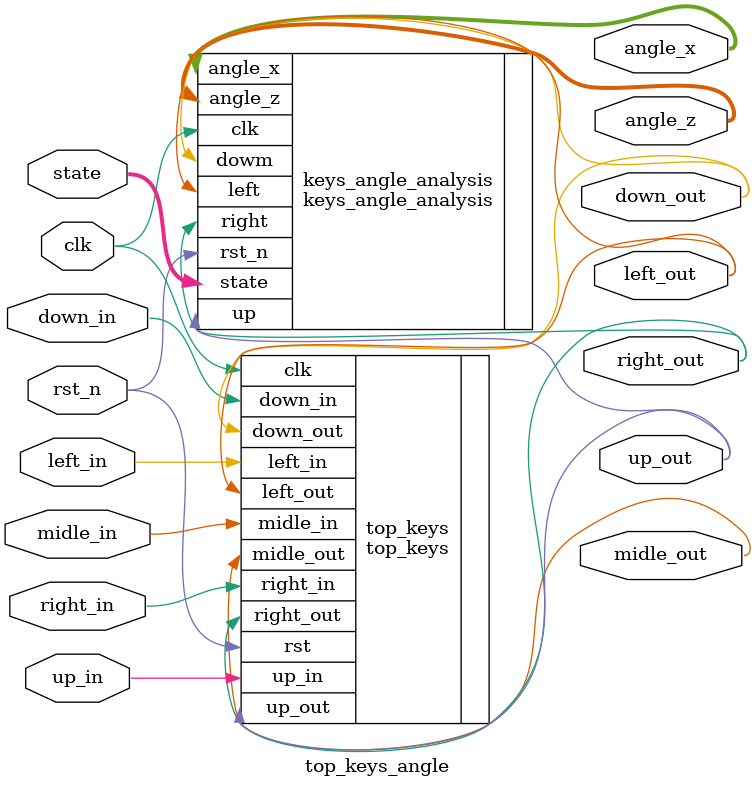
<source format=v>
`timescale 1ns / 1ps
module top_keys_angle(
//system_signals
	input				clk,
	input				rst_n,
//keys in
	input				up_in,
	input				down_in,
	input				left_in,
	input				right_in,
	input				midle_in,
//
	input		[5:0]	state,
	
//
	output		[8:0]	angle_z,
	output		[8:0]	angle_x,
	output	up_out   ,
	output	down_out ,
	output	left_out ,
	output	right_out,
	output	midle_out
    );

top_keys top_keys(
	.clk				(clk),
	.rst				(rst_n),
	.up_in				(up_in	 ),
	.down_in 			(down_in ),
	.left_in 			(left_in ),
	.right_in			(right_in),
	//input midle_in,
	.midle_in			(midle_in),
	.midle_out			(midle_out),
	.up_out  			(up_out   ),
	.down_out			(down_out ),
	.left_out			(left_out ),
	.right_out			(right_out)
	//output midle_out
    );
	
keys_angle_analysis keys_angle_analysis(
//system_signals
	.clk				(clk),
	.rst_n				(rst_n),
//top_keys摇杆顶层模块
	.up    				(up_out   ),
	.dowm  				(down_out ),
	.left  				(left_out ),
	.right 				(right_out),
//
	.state				(state),
//
//
//
	.angle_z			(angle_z),
	.angle_x			(angle_x)
    );
endmodule

</source>
